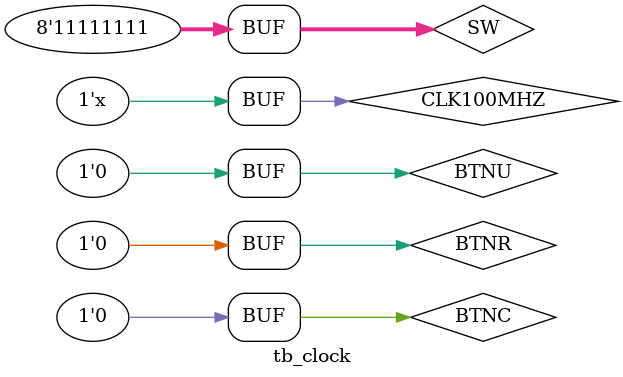
<source format=v>
module tb_clock;
    reg   CLK100MHZ;
    reg   BTNU;       //Up -- increment hours
    reg   BTNR;       //Right -- increment minutes
    reg   BTNC;        //Center -- reset button
    reg   [7:0]SW;
    
    wire [5:0]    LED;
    wire [3:0]    SegmentDrivers;
    wire [7:0]    SevenSegment; 

    
    // Instantiate the Device Under Test
    Clock myClock(
        .CLK100MHZ(CLK100MHZ), 
        .BTNU(BTNU), 
        .BTNR(BTNR), 
        .BTNC(BTNC), 
        .SW(SW),
        .LED(LED), 
        .SegmentDrivers(SegmentDrivers), 
        .SevenSegment(SevenSegment)
    );
    
    // Method for testing the clock
    initial begin
        CLK100MHZ = 0;
        BTNU = 0;
        BTNR = 0;
        BTNC = 1;
        SW = 8'hFF;
     end  
     
    always begin
	   #5 BTNC <= 0;
	end
     
     always begin
        #5 CLK100MHZ <= ~CLK100MHZ;
     end
endmodule
</source>
